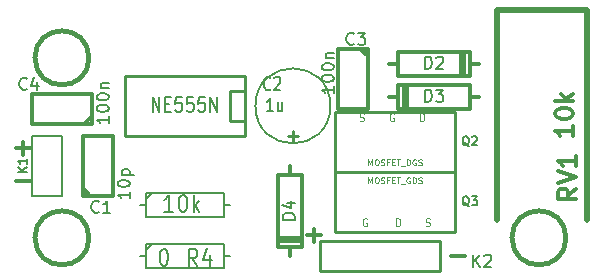
<source format=gto>
G04 (created by PCBNEW (2013-june-11)-stable) date Sat 04 Oct 2014 08:38:49 PM EDT*
%MOIN*%
G04 Gerber Fmt 3.4, Leading zero omitted, Abs format*
%FSLAX34Y34*%
G01*
G70*
G90*
G04 APERTURE LIST*
%ADD10C,0.00590551*%
%ADD11C,0.011811*%
%ADD12C,0.02*%
%ADD13C,0.01*%
%ADD14C,0.012*%
%ADD15C,0.008*%
%ADD16C,0.015*%
%ADD17C,0.006*%
%ADD18C,0.005*%
%ADD19C,0.004*%
%ADD20C,0.002*%
%ADD21C,0.01125*%
G04 APERTURE END LIST*
G54D10*
G54D11*
X22675Y-16314D02*
X23124Y-16314D01*
X17875Y-15614D02*
X18324Y-15614D01*
X18100Y-15839D02*
X18100Y-15389D01*
X8175Y-13814D02*
X8624Y-13814D01*
X8175Y-12714D02*
X8624Y-12714D01*
X8400Y-12939D02*
X8400Y-12489D01*
G54D12*
X27200Y-8100D02*
X27200Y-15100D01*
X24200Y-8100D02*
X24200Y-15100D01*
X24200Y-8100D02*
X27200Y-8100D01*
G54D13*
X22800Y-11500D02*
X22800Y-13500D01*
X22800Y-13500D02*
X18800Y-13500D01*
X18800Y-13500D02*
X18800Y-11500D01*
X18800Y-11500D02*
X22800Y-11500D01*
X18800Y-15500D02*
X18800Y-13500D01*
X18800Y-13500D02*
X22800Y-13500D01*
X22800Y-13500D02*
X22800Y-15500D01*
X22800Y-15500D02*
X18800Y-15500D01*
X15800Y-11800D02*
X15300Y-11800D01*
X15300Y-11800D02*
X15300Y-10800D01*
X15300Y-10800D02*
X15800Y-10800D01*
X15800Y-12300D02*
X11800Y-12300D01*
X11800Y-12300D02*
X11800Y-10300D01*
X11800Y-10300D02*
X15800Y-10300D01*
X15800Y-10300D02*
X15800Y-12300D01*
G54D14*
X23600Y-9900D02*
X23300Y-9900D01*
X23300Y-9900D02*
X23300Y-9500D01*
X23300Y-9500D02*
X20900Y-9500D01*
X20900Y-9500D02*
X20900Y-9900D01*
X20900Y-9900D02*
X20600Y-9900D01*
X20900Y-9900D02*
X20900Y-10300D01*
X20900Y-10300D02*
X23300Y-10300D01*
X23300Y-10300D02*
X23300Y-9900D01*
X23100Y-9500D02*
X23100Y-10300D01*
X23000Y-10300D02*
X23000Y-9500D01*
X20600Y-11000D02*
X20900Y-11000D01*
X20900Y-11000D02*
X20900Y-11400D01*
X20900Y-11400D02*
X23300Y-11400D01*
X23300Y-11400D02*
X23300Y-11000D01*
X23300Y-11000D02*
X23600Y-11000D01*
X23300Y-11000D02*
X23300Y-10600D01*
X23300Y-10600D02*
X20900Y-10600D01*
X20900Y-10600D02*
X20900Y-11000D01*
X21100Y-11400D02*
X21100Y-10600D01*
X21200Y-10600D02*
X21200Y-11400D01*
X10400Y-14280D02*
X10400Y-12300D01*
X10400Y-12300D02*
X11400Y-12300D01*
X11400Y-12300D02*
X11400Y-14300D01*
X11400Y-14300D02*
X10400Y-14300D01*
X10650Y-14300D02*
X10400Y-14050D01*
X19900Y-9420D02*
X19900Y-11400D01*
X19900Y-11400D02*
X18900Y-11400D01*
X18900Y-11400D02*
X18900Y-9400D01*
X18900Y-9400D02*
X19900Y-9400D01*
X19650Y-9400D02*
X19900Y-9650D01*
G54D15*
X12300Y-14600D02*
X12500Y-14600D01*
X15300Y-14600D02*
X15100Y-14600D01*
X15100Y-14600D02*
X15100Y-14200D01*
X15100Y-14200D02*
X12500Y-14200D01*
X12500Y-14200D02*
X12500Y-15000D01*
X12500Y-15000D02*
X15100Y-15000D01*
X15100Y-15000D02*
X15100Y-14600D01*
X12500Y-14400D02*
X12700Y-14200D01*
G54D14*
X17300Y-16300D02*
X17300Y-16000D01*
X17300Y-16000D02*
X17700Y-16000D01*
X17700Y-16000D02*
X17700Y-13600D01*
X17700Y-13600D02*
X17300Y-13600D01*
X17300Y-13600D02*
X17300Y-13300D01*
X17300Y-13600D02*
X16900Y-13600D01*
X16900Y-13600D02*
X16900Y-16000D01*
X16900Y-16000D02*
X17300Y-16000D01*
X17700Y-15800D02*
X16900Y-15800D01*
X16900Y-15700D02*
X17700Y-15700D01*
G54D15*
X12300Y-16300D02*
X12500Y-16300D01*
X15300Y-16300D02*
X15100Y-16300D01*
X15100Y-16300D02*
X15100Y-15900D01*
X15100Y-15900D02*
X12500Y-15900D01*
X12500Y-15900D02*
X12500Y-16700D01*
X12500Y-16700D02*
X15100Y-16700D01*
X15100Y-16700D02*
X15100Y-16300D01*
X12500Y-16100D02*
X12700Y-15900D01*
G54D14*
X10680Y-11900D02*
X8700Y-11900D01*
X8700Y-11900D02*
X8700Y-10900D01*
X8700Y-10900D02*
X10700Y-10900D01*
X10700Y-10900D02*
X10700Y-11900D01*
X10700Y-11650D02*
X10450Y-11900D01*
G54D16*
X10600Y-9700D02*
G75*
G03X10600Y-9700I-900J0D01*
G74*
G01*
G54D17*
X8700Y-12300D02*
X9700Y-12300D01*
X9700Y-12300D02*
X9700Y-14300D01*
X9700Y-14300D02*
X8700Y-14300D01*
X8700Y-14300D02*
X8700Y-12300D01*
G54D16*
X26500Y-15700D02*
G75*
G03X26500Y-15700I-900J0D01*
G74*
G01*
X10600Y-15700D02*
G75*
G03X10600Y-15700I-900J0D01*
G74*
G01*
G54D18*
X18650Y-11300D02*
G75*
G03X18650Y-11300I-1250J0D01*
G74*
G01*
G54D13*
X22300Y-16800D02*
X18300Y-16800D01*
X22300Y-15800D02*
X18300Y-15800D01*
X18300Y-15800D02*
X18300Y-16800D01*
X22300Y-16800D02*
X22300Y-15800D01*
G54D14*
X26842Y-14057D02*
X26557Y-14257D01*
X26842Y-14400D02*
X26242Y-14400D01*
X26242Y-14171D01*
X26271Y-14114D01*
X26300Y-14085D01*
X26357Y-14057D01*
X26442Y-14057D01*
X26500Y-14085D01*
X26528Y-14114D01*
X26557Y-14171D01*
X26557Y-14400D01*
X26242Y-13885D02*
X26842Y-13685D01*
X26242Y-13485D01*
X26842Y-12971D02*
X26842Y-13314D01*
X26842Y-13142D02*
X26242Y-13142D01*
X26328Y-13200D01*
X26385Y-13257D01*
X26414Y-13314D01*
X26742Y-11957D02*
X26742Y-12300D01*
X26742Y-12128D02*
X26142Y-12128D01*
X26228Y-12185D01*
X26285Y-12242D01*
X26314Y-12300D01*
X26142Y-11585D02*
X26142Y-11528D01*
X26171Y-11471D01*
X26200Y-11442D01*
X26257Y-11414D01*
X26371Y-11385D01*
X26514Y-11385D01*
X26628Y-11414D01*
X26685Y-11442D01*
X26714Y-11471D01*
X26742Y-11528D01*
X26742Y-11585D01*
X26714Y-11642D01*
X26685Y-11671D01*
X26628Y-11700D01*
X26514Y-11728D01*
X26371Y-11728D01*
X26257Y-11700D01*
X26200Y-11671D01*
X26171Y-11642D01*
X26142Y-11585D01*
X26742Y-11128D02*
X26142Y-11128D01*
X26514Y-11071D02*
X26742Y-10899D01*
X26342Y-10899D02*
X26571Y-11128D01*
G54D17*
X23271Y-12650D02*
X23242Y-12635D01*
X23214Y-12607D01*
X23171Y-12564D01*
X23142Y-12550D01*
X23114Y-12550D01*
X23128Y-12621D02*
X23100Y-12607D01*
X23071Y-12578D01*
X23057Y-12521D01*
X23057Y-12421D01*
X23071Y-12364D01*
X23100Y-12335D01*
X23128Y-12321D01*
X23185Y-12321D01*
X23214Y-12335D01*
X23242Y-12364D01*
X23257Y-12421D01*
X23257Y-12521D01*
X23242Y-12578D01*
X23214Y-12607D01*
X23185Y-12621D01*
X23128Y-12621D01*
X23371Y-12350D02*
X23385Y-12335D01*
X23414Y-12321D01*
X23485Y-12321D01*
X23514Y-12335D01*
X23528Y-12350D01*
X23542Y-12378D01*
X23542Y-12407D01*
X23528Y-12450D01*
X23357Y-12621D01*
X23542Y-12621D01*
G54D19*
X19909Y-13280D02*
X19909Y-13080D01*
X19976Y-13223D01*
X20042Y-13080D01*
X20042Y-13280D01*
X20176Y-13080D02*
X20214Y-13080D01*
X20233Y-13090D01*
X20252Y-13109D01*
X20261Y-13147D01*
X20261Y-13214D01*
X20252Y-13252D01*
X20233Y-13271D01*
X20214Y-13280D01*
X20176Y-13280D01*
X20157Y-13271D01*
X20138Y-13252D01*
X20128Y-13214D01*
X20128Y-13147D01*
X20138Y-13109D01*
X20157Y-13090D01*
X20176Y-13080D01*
X20338Y-13271D02*
X20366Y-13280D01*
X20414Y-13280D01*
X20433Y-13271D01*
X20442Y-13261D01*
X20452Y-13242D01*
X20452Y-13223D01*
X20442Y-13204D01*
X20433Y-13195D01*
X20414Y-13185D01*
X20376Y-13176D01*
X20357Y-13166D01*
X20347Y-13157D01*
X20338Y-13138D01*
X20338Y-13119D01*
X20347Y-13100D01*
X20357Y-13090D01*
X20376Y-13080D01*
X20423Y-13080D01*
X20452Y-13090D01*
X20604Y-13176D02*
X20538Y-13176D01*
X20538Y-13280D02*
X20538Y-13080D01*
X20633Y-13080D01*
X20709Y-13176D02*
X20776Y-13176D01*
X20804Y-13280D02*
X20709Y-13280D01*
X20709Y-13080D01*
X20804Y-13080D01*
X20861Y-13080D02*
X20976Y-13080D01*
X20919Y-13280D02*
X20919Y-13080D01*
X20995Y-13300D02*
X21147Y-13300D01*
X21195Y-13280D02*
X21195Y-13080D01*
X21242Y-13080D01*
X21271Y-13090D01*
X21290Y-13109D01*
X21300Y-13128D01*
X21309Y-13166D01*
X21309Y-13195D01*
X21300Y-13233D01*
X21290Y-13252D01*
X21271Y-13271D01*
X21242Y-13280D01*
X21195Y-13280D01*
X21500Y-13090D02*
X21480Y-13080D01*
X21452Y-13080D01*
X21423Y-13090D01*
X21404Y-13109D01*
X21395Y-13128D01*
X21385Y-13166D01*
X21385Y-13195D01*
X21395Y-13233D01*
X21404Y-13252D01*
X21423Y-13271D01*
X21452Y-13280D01*
X21471Y-13280D01*
X21500Y-13271D01*
X21509Y-13261D01*
X21509Y-13195D01*
X21471Y-13195D01*
X21585Y-13271D02*
X21614Y-13280D01*
X21661Y-13280D01*
X21680Y-13271D01*
X21690Y-13261D01*
X21700Y-13242D01*
X21700Y-13223D01*
X21690Y-13204D01*
X21680Y-13195D01*
X21661Y-13185D01*
X21623Y-13176D01*
X21604Y-13166D01*
X21595Y-13157D01*
X21585Y-13138D01*
X21585Y-13119D01*
X21595Y-13100D01*
X21604Y-13090D01*
X21623Y-13080D01*
X21671Y-13080D01*
X21700Y-13090D01*
G54D20*
X19628Y-11789D02*
X19664Y-11801D01*
X19723Y-11801D01*
X19747Y-11789D01*
X19759Y-11777D01*
X19771Y-11753D01*
X19771Y-11729D01*
X19759Y-11705D01*
X19747Y-11694D01*
X19723Y-11682D01*
X19676Y-11670D01*
X19652Y-11658D01*
X19640Y-11646D01*
X19628Y-11622D01*
X19628Y-11598D01*
X19640Y-11575D01*
X19652Y-11563D01*
X19676Y-11551D01*
X19735Y-11551D01*
X19771Y-11563D01*
X20765Y-11563D02*
X20741Y-11551D01*
X20705Y-11551D01*
X20670Y-11563D01*
X20646Y-11586D01*
X20634Y-11610D01*
X20622Y-11658D01*
X20622Y-11694D01*
X20634Y-11741D01*
X20646Y-11765D01*
X20670Y-11789D01*
X20705Y-11801D01*
X20729Y-11801D01*
X20765Y-11789D01*
X20777Y-11777D01*
X20777Y-11694D01*
X20729Y-11694D01*
X21634Y-11801D02*
X21634Y-11551D01*
X21694Y-11551D01*
X21729Y-11563D01*
X21753Y-11586D01*
X21765Y-11610D01*
X21777Y-11658D01*
X21777Y-11694D01*
X21765Y-11741D01*
X21753Y-11765D01*
X21729Y-11789D01*
X21694Y-11801D01*
X21634Y-11801D01*
G54D17*
X23271Y-14650D02*
X23242Y-14635D01*
X23214Y-14607D01*
X23171Y-14564D01*
X23142Y-14550D01*
X23114Y-14550D01*
X23128Y-14621D02*
X23100Y-14607D01*
X23071Y-14578D01*
X23057Y-14521D01*
X23057Y-14421D01*
X23071Y-14364D01*
X23100Y-14335D01*
X23128Y-14321D01*
X23185Y-14321D01*
X23214Y-14335D01*
X23242Y-14364D01*
X23257Y-14421D01*
X23257Y-14521D01*
X23242Y-14578D01*
X23214Y-14607D01*
X23185Y-14621D01*
X23128Y-14621D01*
X23357Y-14321D02*
X23542Y-14321D01*
X23442Y-14435D01*
X23485Y-14435D01*
X23514Y-14450D01*
X23528Y-14464D01*
X23542Y-14492D01*
X23542Y-14564D01*
X23528Y-14592D01*
X23514Y-14607D01*
X23485Y-14621D01*
X23400Y-14621D01*
X23371Y-14607D01*
X23357Y-14592D01*
G54D19*
X19909Y-13880D02*
X19909Y-13680D01*
X19976Y-13823D01*
X20042Y-13680D01*
X20042Y-13880D01*
X20176Y-13680D02*
X20214Y-13680D01*
X20233Y-13690D01*
X20252Y-13709D01*
X20261Y-13747D01*
X20261Y-13814D01*
X20252Y-13852D01*
X20233Y-13871D01*
X20214Y-13880D01*
X20176Y-13880D01*
X20157Y-13871D01*
X20138Y-13852D01*
X20128Y-13814D01*
X20128Y-13747D01*
X20138Y-13709D01*
X20157Y-13690D01*
X20176Y-13680D01*
X20338Y-13871D02*
X20366Y-13880D01*
X20414Y-13880D01*
X20433Y-13871D01*
X20442Y-13861D01*
X20452Y-13842D01*
X20452Y-13823D01*
X20442Y-13804D01*
X20433Y-13795D01*
X20414Y-13785D01*
X20376Y-13776D01*
X20357Y-13766D01*
X20347Y-13757D01*
X20338Y-13738D01*
X20338Y-13719D01*
X20347Y-13700D01*
X20357Y-13690D01*
X20376Y-13680D01*
X20423Y-13680D01*
X20452Y-13690D01*
X20604Y-13776D02*
X20538Y-13776D01*
X20538Y-13880D02*
X20538Y-13680D01*
X20633Y-13680D01*
X20709Y-13776D02*
X20776Y-13776D01*
X20804Y-13880D02*
X20709Y-13880D01*
X20709Y-13680D01*
X20804Y-13680D01*
X20861Y-13680D02*
X20976Y-13680D01*
X20919Y-13880D02*
X20919Y-13680D01*
X20995Y-13900D02*
X21147Y-13900D01*
X21300Y-13690D02*
X21280Y-13680D01*
X21252Y-13680D01*
X21223Y-13690D01*
X21204Y-13709D01*
X21195Y-13728D01*
X21185Y-13766D01*
X21185Y-13795D01*
X21195Y-13833D01*
X21204Y-13852D01*
X21223Y-13871D01*
X21252Y-13880D01*
X21271Y-13880D01*
X21300Y-13871D01*
X21309Y-13861D01*
X21309Y-13795D01*
X21271Y-13795D01*
X21395Y-13880D02*
X21395Y-13680D01*
X21442Y-13680D01*
X21471Y-13690D01*
X21490Y-13709D01*
X21500Y-13728D01*
X21509Y-13766D01*
X21509Y-13795D01*
X21500Y-13833D01*
X21490Y-13852D01*
X21471Y-13871D01*
X21442Y-13880D01*
X21395Y-13880D01*
X21585Y-13871D02*
X21614Y-13880D01*
X21661Y-13880D01*
X21680Y-13871D01*
X21690Y-13861D01*
X21700Y-13842D01*
X21700Y-13823D01*
X21690Y-13804D01*
X21680Y-13795D01*
X21661Y-13785D01*
X21623Y-13776D01*
X21604Y-13766D01*
X21595Y-13757D01*
X21585Y-13738D01*
X21585Y-13719D01*
X21595Y-13700D01*
X21604Y-13690D01*
X21623Y-13680D01*
X21671Y-13680D01*
X21700Y-13690D01*
G54D20*
X21828Y-15289D02*
X21864Y-15301D01*
X21923Y-15301D01*
X21947Y-15289D01*
X21959Y-15277D01*
X21971Y-15253D01*
X21971Y-15229D01*
X21959Y-15205D01*
X21947Y-15194D01*
X21923Y-15182D01*
X21876Y-15170D01*
X21852Y-15158D01*
X21840Y-15146D01*
X21828Y-15122D01*
X21828Y-15098D01*
X21840Y-15075D01*
X21852Y-15063D01*
X21876Y-15051D01*
X21935Y-15051D01*
X21971Y-15063D01*
X20834Y-15301D02*
X20834Y-15051D01*
X20894Y-15051D01*
X20929Y-15063D01*
X20953Y-15086D01*
X20965Y-15110D01*
X20977Y-15158D01*
X20977Y-15194D01*
X20965Y-15241D01*
X20953Y-15265D01*
X20929Y-15289D01*
X20894Y-15301D01*
X20834Y-15301D01*
X19865Y-15063D02*
X19841Y-15051D01*
X19805Y-15051D01*
X19770Y-15063D01*
X19746Y-15086D01*
X19734Y-15110D01*
X19722Y-15158D01*
X19722Y-15194D01*
X19734Y-15241D01*
X19746Y-15265D01*
X19770Y-15289D01*
X19805Y-15301D01*
X19829Y-15301D01*
X19865Y-15289D01*
X19877Y-15277D01*
X19877Y-15194D01*
X19829Y-15194D01*
G54D15*
X12723Y-11502D02*
X12723Y-11002D01*
X12952Y-11502D01*
X12952Y-11002D01*
X13142Y-11240D02*
X13276Y-11240D01*
X13333Y-11502D02*
X13142Y-11502D01*
X13142Y-11002D01*
X13333Y-11002D01*
X13695Y-11002D02*
X13504Y-11002D01*
X13485Y-11240D01*
X13504Y-11216D01*
X13542Y-11192D01*
X13638Y-11192D01*
X13676Y-11216D01*
X13695Y-11240D01*
X13714Y-11288D01*
X13714Y-11407D01*
X13695Y-11454D01*
X13676Y-11478D01*
X13638Y-11502D01*
X13542Y-11502D01*
X13504Y-11478D01*
X13485Y-11454D01*
X14076Y-11002D02*
X13885Y-11002D01*
X13866Y-11240D01*
X13885Y-11216D01*
X13923Y-11192D01*
X14019Y-11192D01*
X14057Y-11216D01*
X14076Y-11240D01*
X14095Y-11288D01*
X14095Y-11407D01*
X14076Y-11454D01*
X14057Y-11478D01*
X14019Y-11502D01*
X13923Y-11502D01*
X13885Y-11478D01*
X13866Y-11454D01*
X14457Y-11002D02*
X14266Y-11002D01*
X14247Y-11240D01*
X14266Y-11216D01*
X14304Y-11192D01*
X14400Y-11192D01*
X14438Y-11216D01*
X14457Y-11240D01*
X14476Y-11288D01*
X14476Y-11407D01*
X14457Y-11454D01*
X14438Y-11478D01*
X14400Y-11502D01*
X14304Y-11502D01*
X14266Y-11478D01*
X14247Y-11454D01*
X14647Y-11502D02*
X14647Y-11002D01*
X14876Y-11502D01*
X14876Y-11002D01*
X21804Y-10061D02*
X21804Y-9661D01*
X21900Y-9661D01*
X21957Y-9680D01*
X21995Y-9719D01*
X22014Y-9757D01*
X22033Y-9833D01*
X22033Y-9890D01*
X22014Y-9966D01*
X21995Y-10004D01*
X21957Y-10042D01*
X21900Y-10061D01*
X21804Y-10061D01*
X22185Y-9700D02*
X22204Y-9680D01*
X22242Y-9661D01*
X22338Y-9661D01*
X22376Y-9680D01*
X22395Y-9700D01*
X22414Y-9738D01*
X22414Y-9776D01*
X22395Y-9833D01*
X22166Y-10061D01*
X22414Y-10061D01*
X21804Y-11161D02*
X21804Y-10761D01*
X21900Y-10761D01*
X21957Y-10780D01*
X21995Y-10819D01*
X22014Y-10857D01*
X22033Y-10933D01*
X22033Y-10990D01*
X22014Y-11066D01*
X21995Y-11104D01*
X21957Y-11142D01*
X21900Y-11161D01*
X21804Y-11161D01*
X22166Y-10761D02*
X22414Y-10761D01*
X22280Y-10914D01*
X22338Y-10914D01*
X22376Y-10933D01*
X22395Y-10952D01*
X22414Y-10990D01*
X22414Y-11085D01*
X22395Y-11123D01*
X22376Y-11142D01*
X22338Y-11161D01*
X22223Y-11161D01*
X22185Y-11142D01*
X22166Y-11123D01*
X10933Y-14823D02*
X10914Y-14842D01*
X10857Y-14861D01*
X10819Y-14861D01*
X10761Y-14842D01*
X10723Y-14804D01*
X10704Y-14766D01*
X10685Y-14690D01*
X10685Y-14633D01*
X10704Y-14557D01*
X10723Y-14519D01*
X10761Y-14480D01*
X10819Y-14461D01*
X10857Y-14461D01*
X10914Y-14480D01*
X10933Y-14500D01*
X11314Y-14861D02*
X11085Y-14861D01*
X11200Y-14861D02*
X11200Y-14461D01*
X11161Y-14519D01*
X11123Y-14557D01*
X11085Y-14576D01*
X11961Y-14157D02*
X11961Y-14385D01*
X11961Y-14271D02*
X11561Y-14271D01*
X11619Y-14309D01*
X11657Y-14347D01*
X11676Y-14385D01*
X11561Y-13909D02*
X11561Y-13871D01*
X11580Y-13833D01*
X11600Y-13814D01*
X11638Y-13795D01*
X11714Y-13776D01*
X11809Y-13776D01*
X11885Y-13795D01*
X11923Y-13814D01*
X11942Y-13833D01*
X11961Y-13871D01*
X11961Y-13909D01*
X11942Y-13947D01*
X11923Y-13966D01*
X11885Y-13985D01*
X11809Y-14004D01*
X11714Y-14004D01*
X11638Y-13985D01*
X11600Y-13966D01*
X11580Y-13947D01*
X11561Y-13909D01*
X11695Y-13604D02*
X12095Y-13604D01*
X11714Y-13604D02*
X11695Y-13566D01*
X11695Y-13490D01*
X11714Y-13452D01*
X11733Y-13433D01*
X11771Y-13414D01*
X11885Y-13414D01*
X11923Y-13433D01*
X11942Y-13452D01*
X11961Y-13490D01*
X11961Y-13566D01*
X11942Y-13604D01*
X19433Y-9223D02*
X19414Y-9242D01*
X19357Y-9261D01*
X19319Y-9261D01*
X19261Y-9242D01*
X19223Y-9204D01*
X19204Y-9166D01*
X19185Y-9090D01*
X19185Y-9033D01*
X19204Y-8957D01*
X19223Y-8919D01*
X19261Y-8880D01*
X19319Y-8861D01*
X19357Y-8861D01*
X19414Y-8880D01*
X19433Y-8900D01*
X19566Y-8861D02*
X19814Y-8861D01*
X19680Y-9014D01*
X19738Y-9014D01*
X19776Y-9033D01*
X19795Y-9052D01*
X19814Y-9090D01*
X19814Y-9185D01*
X19795Y-9223D01*
X19776Y-9242D01*
X19738Y-9261D01*
X19623Y-9261D01*
X19585Y-9242D01*
X19566Y-9223D01*
X18761Y-10647D02*
X18761Y-10876D01*
X18761Y-10761D02*
X18361Y-10761D01*
X18419Y-10799D01*
X18457Y-10838D01*
X18476Y-10876D01*
X18361Y-10399D02*
X18361Y-10361D01*
X18380Y-10323D01*
X18400Y-10304D01*
X18438Y-10285D01*
X18514Y-10266D01*
X18609Y-10266D01*
X18685Y-10285D01*
X18723Y-10304D01*
X18742Y-10323D01*
X18761Y-10361D01*
X18761Y-10399D01*
X18742Y-10438D01*
X18723Y-10457D01*
X18685Y-10476D01*
X18609Y-10495D01*
X18514Y-10495D01*
X18438Y-10476D01*
X18400Y-10457D01*
X18380Y-10438D01*
X18361Y-10399D01*
X18361Y-10019D02*
X18361Y-9980D01*
X18380Y-9942D01*
X18400Y-9923D01*
X18438Y-9904D01*
X18514Y-9885D01*
X18609Y-9885D01*
X18685Y-9904D01*
X18723Y-9923D01*
X18742Y-9942D01*
X18761Y-9980D01*
X18761Y-10019D01*
X18742Y-10057D01*
X18723Y-10076D01*
X18685Y-10095D01*
X18609Y-10114D01*
X18514Y-10114D01*
X18438Y-10095D01*
X18400Y-10076D01*
X18380Y-10057D01*
X18361Y-10019D01*
X18495Y-9714D02*
X18761Y-9714D01*
X18533Y-9714D02*
X18514Y-9695D01*
X18495Y-9657D01*
X18495Y-9600D01*
X18514Y-9561D01*
X18552Y-9542D01*
X18761Y-9542D01*
X13402Y-14822D02*
X13116Y-14822D01*
X13259Y-14822D02*
X13259Y-14272D01*
X13211Y-14351D01*
X13164Y-14403D01*
X13116Y-14429D01*
X13711Y-14272D02*
X13759Y-14272D01*
X13807Y-14298D01*
X13830Y-14325D01*
X13854Y-14377D01*
X13878Y-14482D01*
X13878Y-14613D01*
X13854Y-14717D01*
X13830Y-14770D01*
X13807Y-14796D01*
X13759Y-14822D01*
X13711Y-14822D01*
X13664Y-14796D01*
X13640Y-14770D01*
X13616Y-14717D01*
X13592Y-14613D01*
X13592Y-14482D01*
X13616Y-14377D01*
X13640Y-14325D01*
X13664Y-14298D01*
X13711Y-14272D01*
X14092Y-14822D02*
X14092Y-14272D01*
X14140Y-14613D02*
X14283Y-14822D01*
X14283Y-14455D02*
X14092Y-14665D01*
X17461Y-15095D02*
X17061Y-15095D01*
X17061Y-14999D01*
X17080Y-14942D01*
X17119Y-14904D01*
X17157Y-14885D01*
X17233Y-14866D01*
X17290Y-14866D01*
X17366Y-14885D01*
X17404Y-14904D01*
X17442Y-14942D01*
X17461Y-14999D01*
X17461Y-15095D01*
X17195Y-14523D02*
X17461Y-14523D01*
X17042Y-14619D02*
X17328Y-14714D01*
X17328Y-14466D01*
X14216Y-16622D02*
X14050Y-16360D01*
X13930Y-16622D02*
X13930Y-16072D01*
X14121Y-16072D01*
X14169Y-16098D01*
X14192Y-16125D01*
X14216Y-16177D01*
X14216Y-16255D01*
X14192Y-16308D01*
X14169Y-16334D01*
X14121Y-16360D01*
X13930Y-16360D01*
X14645Y-16255D02*
X14645Y-16622D01*
X14526Y-16046D02*
X14407Y-16439D01*
X14716Y-16439D01*
X13076Y-16072D02*
X13123Y-16072D01*
X13171Y-16098D01*
X13195Y-16125D01*
X13219Y-16177D01*
X13242Y-16282D01*
X13242Y-16413D01*
X13219Y-16517D01*
X13195Y-16570D01*
X13171Y-16596D01*
X13123Y-16622D01*
X13076Y-16622D01*
X13028Y-16596D01*
X13004Y-16570D01*
X12980Y-16517D01*
X12957Y-16413D01*
X12957Y-16282D01*
X12980Y-16177D01*
X13004Y-16125D01*
X13028Y-16098D01*
X13076Y-16072D01*
X8533Y-10723D02*
X8514Y-10742D01*
X8457Y-10761D01*
X8419Y-10761D01*
X8361Y-10742D01*
X8323Y-10704D01*
X8304Y-10666D01*
X8285Y-10590D01*
X8285Y-10533D01*
X8304Y-10457D01*
X8323Y-10419D01*
X8361Y-10380D01*
X8419Y-10361D01*
X8457Y-10361D01*
X8514Y-10380D01*
X8533Y-10400D01*
X8876Y-10495D02*
X8876Y-10761D01*
X8780Y-10342D02*
X8685Y-10628D01*
X8933Y-10628D01*
X11261Y-11647D02*
X11261Y-11876D01*
X11261Y-11761D02*
X10861Y-11761D01*
X10919Y-11799D01*
X10957Y-11838D01*
X10976Y-11876D01*
X10861Y-11399D02*
X10861Y-11361D01*
X10880Y-11323D01*
X10900Y-11304D01*
X10938Y-11285D01*
X11014Y-11266D01*
X11109Y-11266D01*
X11185Y-11285D01*
X11223Y-11304D01*
X11242Y-11323D01*
X11261Y-11361D01*
X11261Y-11399D01*
X11242Y-11438D01*
X11223Y-11457D01*
X11185Y-11476D01*
X11109Y-11495D01*
X11014Y-11495D01*
X10938Y-11476D01*
X10900Y-11457D01*
X10880Y-11438D01*
X10861Y-11399D01*
X10861Y-11019D02*
X10861Y-10980D01*
X10880Y-10942D01*
X10900Y-10923D01*
X10938Y-10904D01*
X11014Y-10885D01*
X11109Y-10885D01*
X11185Y-10904D01*
X11223Y-10923D01*
X11242Y-10942D01*
X11261Y-10980D01*
X11261Y-11019D01*
X11242Y-11057D01*
X11223Y-11076D01*
X11185Y-11095D01*
X11109Y-11114D01*
X11014Y-11114D01*
X10938Y-11095D01*
X10900Y-11076D01*
X10880Y-11057D01*
X10861Y-11019D01*
X10995Y-10714D02*
X11261Y-10714D01*
X11033Y-10714D02*
X11014Y-10695D01*
X10995Y-10657D01*
X10995Y-10600D01*
X11014Y-10561D01*
X11052Y-10542D01*
X11261Y-10542D01*
G54D17*
X8521Y-13521D02*
X8221Y-13521D01*
X8521Y-13350D02*
X8350Y-13478D01*
X8221Y-13350D02*
X8392Y-13521D01*
X8521Y-13064D02*
X8521Y-13235D01*
X8521Y-13150D02*
X8221Y-13150D01*
X8264Y-13178D01*
X8292Y-13207D01*
X8307Y-13235D01*
G54D15*
X16641Y-10739D02*
X16625Y-10760D01*
X16575Y-10782D01*
X16541Y-10782D01*
X16491Y-10760D01*
X16458Y-10717D01*
X16441Y-10675D01*
X16425Y-10589D01*
X16425Y-10525D01*
X16441Y-10439D01*
X16458Y-10396D01*
X16491Y-10353D01*
X16541Y-10332D01*
X16575Y-10332D01*
X16625Y-10353D01*
X16641Y-10375D01*
X16775Y-10375D02*
X16791Y-10353D01*
X16825Y-10332D01*
X16908Y-10332D01*
X16941Y-10353D01*
X16958Y-10375D01*
X16975Y-10417D01*
X16975Y-10460D01*
X16958Y-10525D01*
X16758Y-10782D01*
X16975Y-10782D01*
X16741Y-11482D02*
X16541Y-11482D01*
X16641Y-11482D02*
X16641Y-11032D01*
X16608Y-11096D01*
X16575Y-11139D01*
X16541Y-11160D01*
X17041Y-11182D02*
X17041Y-11482D01*
X16891Y-11182D02*
X16891Y-11417D01*
X16908Y-11460D01*
X16941Y-11482D01*
X16991Y-11482D01*
X17025Y-11460D01*
X17041Y-11439D01*
G54D21*
X17410Y-12471D02*
X17410Y-12128D01*
X17582Y-12300D02*
X17239Y-12300D01*
G54D14*
G54D15*
X23404Y-16661D02*
X23404Y-16261D01*
X23633Y-16661D02*
X23461Y-16433D01*
X23633Y-16261D02*
X23404Y-16490D01*
X23785Y-16300D02*
X23804Y-16280D01*
X23842Y-16261D01*
X23938Y-16261D01*
X23976Y-16280D01*
X23995Y-16300D01*
X24014Y-16338D01*
X24014Y-16376D01*
X23995Y-16433D01*
X23766Y-16661D01*
X24014Y-16661D01*
M02*

</source>
